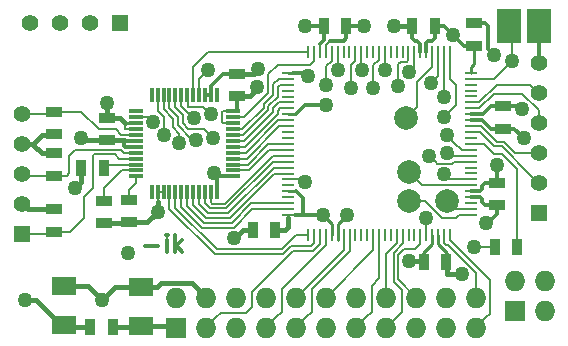
<source format=gtl>
%FSLAX34Y34*%
G04 Gerber Fmt 3.4, Leading zero omitted, Abs format*
G04 (created by PCBNEW (2014-06-26 BZR 4956)-product) date 03/07/2014 22:05:42*
%MOIN*%
G01*
G70*
G90*
G04 APERTURE LIST*
%ADD10C,0.003937*%
%ADD11C,0.011811*%
%ADD12R,0.040000X0.010000*%
%ADD13R,0.010000X0.040000*%
%ADD14R,0.035000X0.055000*%
%ADD15R,0.055000X0.035000*%
%ADD16R,0.055000X0.055000*%
%ADD17C,0.055000*%
%ADD18R,0.051200X0.011800*%
%ADD19R,0.011800X0.051200*%
%ADD20R,0.078740X0.118110*%
%ADD21R,0.080000X0.060000*%
%ADD22R,0.068000X0.068000*%
%ADD23O,0.068000X0.068000*%
%ADD24C,0.078700*%
%ADD25C,0.050000*%
%ADD26C,0.010000*%
%ADD27C,0.015000*%
%ADD28C,0.012000*%
%ADD29C,0.008000*%
G04 APERTURE END LIST*
G54D10*
G54D11*
X67781Y-51616D02*
X68231Y-51616D01*
X68512Y-51841D02*
X68512Y-51448D01*
X68512Y-51251D02*
X68484Y-51279D01*
X68512Y-51307D01*
X68540Y-51279D01*
X68512Y-51251D01*
X68512Y-51307D01*
X68793Y-51841D02*
X68793Y-51251D01*
X68849Y-51616D02*
X69018Y-51841D01*
X69018Y-51448D02*
X68793Y-51673D01*
G54D12*
X78640Y-45868D03*
X78640Y-50588D03*
X78640Y-50388D03*
X78640Y-50198D03*
X78640Y-49998D03*
X78640Y-49798D03*
X78640Y-49608D03*
X78640Y-49408D03*
X78640Y-49208D03*
X78640Y-49018D03*
X78640Y-48818D03*
X78640Y-48618D03*
X78640Y-48418D03*
X78640Y-48228D03*
X78640Y-48028D03*
X78640Y-47828D03*
X78640Y-47638D03*
X78640Y-47438D03*
X78640Y-47238D03*
X78640Y-47048D03*
X78640Y-46848D03*
X78640Y-46648D03*
X78640Y-46458D03*
X78640Y-46258D03*
X78640Y-46058D03*
G54D13*
X77950Y-51278D03*
X73230Y-51278D03*
X73430Y-51278D03*
X73620Y-51278D03*
X73820Y-51278D03*
X74020Y-51278D03*
X74210Y-51278D03*
X74410Y-51278D03*
X74610Y-51278D03*
X74800Y-51278D03*
X75000Y-51278D03*
X75200Y-51278D03*
X75400Y-51278D03*
X75590Y-51278D03*
X75790Y-51278D03*
X75990Y-51278D03*
X76180Y-51278D03*
X76380Y-51278D03*
X76580Y-51278D03*
X76770Y-51278D03*
X76970Y-51278D03*
X77170Y-51278D03*
X77360Y-51278D03*
X77560Y-51278D03*
X77760Y-51278D03*
X77950Y-45178D03*
X77750Y-45178D03*
X77560Y-45178D03*
X77360Y-45178D03*
X77160Y-45178D03*
X76970Y-45178D03*
X76770Y-45178D03*
X76570Y-45178D03*
X76380Y-45178D03*
X76180Y-45178D03*
X75980Y-45178D03*
X75780Y-45178D03*
X75590Y-45178D03*
X75390Y-45178D03*
X75190Y-45178D03*
X75000Y-45178D03*
X74800Y-45178D03*
X74600Y-45178D03*
X74410Y-45178D03*
X74210Y-45178D03*
X74010Y-45178D03*
X73820Y-45178D03*
X73620Y-45178D03*
X73420Y-45178D03*
X73230Y-45178D03*
G54D12*
X72540Y-45868D03*
X72540Y-46068D03*
X72540Y-46258D03*
X72540Y-46458D03*
X72540Y-46658D03*
X72540Y-46848D03*
X72540Y-47048D03*
X72540Y-47248D03*
X72540Y-47438D03*
X72540Y-47638D03*
X72540Y-47838D03*
X72540Y-48038D03*
X72540Y-48228D03*
X72540Y-48428D03*
X72540Y-48628D03*
X72540Y-48818D03*
X72540Y-49018D03*
X72540Y-49218D03*
X72540Y-49408D03*
X72540Y-49608D03*
X72540Y-49808D03*
X72540Y-49998D03*
X72540Y-50198D03*
X72540Y-50398D03*
X72540Y-50588D03*
G54D14*
X77835Y-52165D03*
X77085Y-52165D03*
G54D15*
X79724Y-46967D03*
X79724Y-47717D03*
G54D14*
X77441Y-44291D03*
X76691Y-44291D03*
X72126Y-51082D03*
X71376Y-51082D03*
X73739Y-44291D03*
X74489Y-44291D03*
G54D15*
X79527Y-49526D03*
X79527Y-50276D03*
X78740Y-44961D03*
X78740Y-44211D03*
G54D14*
X66418Y-49015D03*
X65668Y-49015D03*
G54D15*
X66437Y-50117D03*
X66437Y-50867D03*
X70866Y-46634D03*
X70866Y-45884D03*
X66535Y-48111D03*
X66535Y-47361D03*
G54D14*
X65963Y-54330D03*
X66713Y-54330D03*
G54D16*
X63681Y-51220D03*
G54D17*
X63681Y-50220D03*
X63681Y-49220D03*
X63681Y-48220D03*
X63681Y-47220D03*
G54D16*
X66952Y-44192D03*
G54D17*
X65952Y-44192D03*
X64952Y-44192D03*
X63952Y-44192D03*
G54D16*
X80905Y-50531D03*
G54D17*
X80905Y-49531D03*
X80905Y-48531D03*
X80905Y-47531D03*
X80905Y-46531D03*
X80905Y-45531D03*
G54D15*
X67248Y-50096D03*
X67248Y-50846D03*
X64763Y-51162D03*
X64763Y-50412D03*
X64763Y-49292D03*
X64763Y-48542D03*
X64763Y-47164D03*
X64763Y-47914D03*
G54D14*
X80197Y-51653D03*
X79447Y-51653D03*
G54D18*
X70708Y-48720D03*
X70708Y-48523D03*
X70708Y-48326D03*
X70708Y-48130D03*
X70708Y-47933D03*
X70708Y-49311D03*
X70708Y-49114D03*
X70708Y-48917D03*
G54D19*
X70177Y-46614D03*
X69980Y-46614D03*
X69783Y-46614D03*
X69586Y-46614D03*
X69389Y-46614D03*
X69192Y-46614D03*
X68996Y-46614D03*
X68799Y-46614D03*
G54D18*
X67480Y-47145D03*
X67480Y-47342D03*
X67480Y-47539D03*
X67480Y-47736D03*
X67480Y-47933D03*
X67480Y-48130D03*
X67480Y-48326D03*
X67480Y-48523D03*
G54D19*
X68011Y-49842D03*
X68208Y-49842D03*
X68405Y-49842D03*
X68602Y-49842D03*
X68799Y-49842D03*
X68996Y-49842D03*
X69192Y-49842D03*
X69389Y-49842D03*
G54D18*
X70708Y-47736D03*
X70708Y-47539D03*
X70708Y-47342D03*
X70708Y-47145D03*
G54D19*
X68602Y-46614D03*
X68405Y-46614D03*
X68208Y-46614D03*
X68011Y-46614D03*
G54D18*
X67480Y-48720D03*
X67480Y-48917D03*
X67480Y-49114D03*
X67480Y-49311D03*
G54D19*
X69586Y-49842D03*
X69783Y-49842D03*
X69980Y-49842D03*
X70177Y-49842D03*
G54D20*
X79921Y-44291D03*
X80905Y-44291D03*
G54D21*
X67638Y-54283D03*
X67638Y-52983D03*
X65079Y-54280D03*
X65079Y-52980D03*
G54D22*
X80110Y-53787D03*
G54D23*
X80110Y-52787D03*
X81110Y-53787D03*
X81110Y-52787D03*
G54D24*
X76476Y-47381D03*
X76574Y-50137D03*
X77854Y-50137D03*
X76574Y-49153D03*
G54D22*
X68828Y-54350D03*
G54D23*
X68828Y-53350D03*
X69828Y-54350D03*
X69828Y-53350D03*
X70828Y-54350D03*
X70828Y-53350D03*
X71828Y-54350D03*
X71828Y-53350D03*
X72828Y-54350D03*
X72828Y-53350D03*
X73828Y-54350D03*
X73828Y-53350D03*
X74828Y-54350D03*
X74828Y-53350D03*
X75828Y-54350D03*
X75828Y-53350D03*
X76828Y-54350D03*
X76828Y-53350D03*
X77828Y-54350D03*
X77828Y-53350D03*
X78828Y-54350D03*
X78828Y-53350D03*
G54D25*
X74507Y-50590D03*
X67224Y-51870D03*
X66338Y-53444D03*
X76586Y-52141D03*
X70078Y-49212D03*
X66535Y-46850D03*
X68208Y-50492D03*
X73129Y-49507D03*
X73818Y-46948D03*
X80413Y-48031D03*
X76082Y-44291D03*
X79429Y-45275D03*
X79140Y-50878D03*
X70767Y-51377D03*
X71571Y-45744D03*
X75098Y-44291D03*
X63779Y-53444D03*
X65452Y-49704D03*
X65649Y-48031D03*
X71530Y-46348D03*
X78740Y-51653D03*
X77156Y-50698D03*
X68056Y-47497D03*
X76585Y-45841D03*
X77336Y-46203D03*
X77755Y-46653D03*
X77755Y-47342D03*
X70070Y-48033D03*
X75027Y-45767D03*
X69501Y-48093D03*
X75397Y-46358D03*
X68931Y-48201D03*
X75787Y-45767D03*
X68432Y-47925D03*
X76221Y-46300D03*
X73830Y-46258D03*
X69881Y-45767D03*
X69980Y-47244D03*
X74218Y-45773D03*
X69412Y-47363D03*
X74657Y-46355D03*
X80019Y-45472D03*
X80348Y-47053D03*
X78346Y-52559D03*
X73228Y-45964D03*
X73129Y-44291D03*
X78051Y-44586D03*
X73720Y-50590D03*
X79527Y-48917D03*
X77751Y-49248D03*
X77263Y-48622D03*
X77854Y-48523D03*
X77854Y-47933D03*
G54D26*
X77066Y-51866D02*
X77066Y-52146D01*
X77066Y-52146D02*
X77085Y-52165D01*
X77360Y-51573D02*
X77066Y-51866D01*
X77360Y-51278D02*
X77360Y-51573D01*
X74210Y-50887D02*
X74507Y-50590D01*
X74210Y-51278D02*
X74210Y-50887D01*
G54D27*
X69828Y-53350D02*
X69343Y-52864D01*
X69343Y-52864D02*
X68307Y-52864D01*
X68307Y-52864D02*
X68188Y-52983D01*
X68188Y-52983D02*
X67638Y-52983D01*
X66338Y-53444D02*
X66800Y-52983D01*
X66800Y-52983D02*
X67638Y-52983D01*
X65079Y-52980D02*
X65874Y-52980D01*
X65874Y-52980D02*
X66338Y-53444D01*
X76586Y-52141D02*
X77061Y-52141D01*
X77061Y-52141D02*
X77085Y-52165D01*
G54D28*
X76610Y-52165D02*
X76586Y-52141D01*
G54D27*
X71376Y-51082D02*
X71062Y-51082D01*
X71062Y-51082D02*
X70767Y-51377D01*
G54D28*
X70177Y-49842D02*
X70177Y-49311D01*
X70177Y-49311D02*
X70078Y-49212D01*
X70708Y-49311D02*
X70177Y-49311D01*
G54D27*
X64763Y-50412D02*
X63873Y-50412D01*
X63873Y-50412D02*
X63681Y-50220D01*
X64763Y-48542D02*
X64338Y-48542D01*
X64338Y-48542D02*
X64070Y-48273D01*
X64070Y-48273D02*
X64070Y-48220D01*
X64357Y-47933D02*
X64745Y-47933D01*
X64745Y-47933D02*
X64763Y-47914D01*
X63681Y-48220D02*
X64070Y-48220D01*
X64070Y-48220D02*
X64357Y-47933D01*
X66437Y-50867D02*
X67227Y-50867D01*
X67227Y-50867D02*
X67248Y-50846D01*
X67248Y-50846D02*
X67854Y-50846D01*
X67854Y-50846D02*
X68208Y-50492D01*
X68169Y-50452D02*
X68208Y-50492D01*
G54D29*
X67480Y-47736D02*
X67144Y-47736D01*
X67144Y-47736D02*
X67125Y-47717D01*
X67125Y-47717D02*
X67125Y-47526D01*
G54D27*
X66535Y-47361D02*
X66535Y-46850D01*
G54D26*
X67125Y-47526D02*
X67138Y-47539D01*
X67138Y-47539D02*
X67480Y-47539D01*
G54D27*
X66535Y-47361D02*
X66960Y-47361D01*
X66960Y-47361D02*
X67125Y-47526D01*
G54D29*
X68208Y-49842D02*
X68208Y-50176D01*
G54D27*
X68208Y-50492D02*
X68208Y-50221D01*
X68208Y-50221D02*
X68208Y-50221D01*
X68208Y-50221D02*
X68208Y-50176D01*
G54D29*
X68208Y-49842D02*
X68405Y-49842D01*
X72540Y-49408D02*
X73030Y-49408D01*
X73030Y-49408D02*
X73129Y-49507D01*
G54D28*
X72830Y-47248D02*
X73129Y-46948D01*
X73129Y-46948D02*
X73818Y-46948D01*
G54D26*
X72540Y-47248D02*
X72830Y-47248D01*
G54D28*
X69783Y-46614D02*
X69980Y-46614D01*
X70866Y-45884D02*
X70384Y-45884D01*
X70384Y-45884D02*
X69980Y-46289D01*
X69980Y-46289D02*
X69980Y-46614D01*
X76691Y-44686D02*
X76789Y-44783D01*
X76691Y-44291D02*
X76691Y-44686D01*
X76789Y-44783D02*
X76870Y-44783D01*
X76970Y-44883D02*
X76970Y-45178D01*
X76870Y-44783D02*
X76970Y-44883D01*
X80905Y-44291D02*
X80905Y-45531D01*
X78640Y-47438D02*
X79032Y-47438D01*
X79312Y-47717D02*
X79724Y-47717D01*
X79032Y-47438D02*
X79312Y-47717D01*
X80099Y-47717D02*
X80413Y-48031D01*
X79724Y-47717D02*
X80099Y-47717D01*
X78960Y-49998D02*
X79035Y-50073D01*
X78640Y-49998D02*
X78960Y-49998D01*
X79132Y-50276D02*
X79527Y-50276D01*
X79035Y-50179D02*
X79132Y-50276D01*
X79035Y-50073D02*
X79035Y-50179D01*
G54D27*
X76691Y-44291D02*
X76082Y-44291D01*
G54D28*
X79135Y-44211D02*
X79232Y-44308D01*
X78740Y-44211D02*
X79135Y-44211D01*
X79232Y-45078D02*
X79429Y-45275D01*
X79232Y-44308D02*
X79232Y-45078D01*
X79527Y-50276D02*
X79527Y-50571D01*
X79527Y-50571D02*
X79220Y-50878D01*
X79220Y-50878D02*
X79140Y-50878D01*
G54D26*
X74210Y-51425D02*
X74210Y-51425D01*
X74210Y-51278D02*
X74210Y-51425D01*
G54D27*
X70866Y-45884D02*
X71430Y-45884D01*
X71430Y-45884D02*
X71571Y-45744D01*
G54D28*
X74489Y-44291D02*
X75098Y-44291D01*
G54D29*
X73820Y-45178D02*
X73820Y-44923D01*
X73820Y-44923D02*
X73960Y-44783D01*
G54D28*
X73960Y-44783D02*
X74409Y-44783D01*
X74489Y-44703D02*
X74489Y-44291D01*
X74409Y-44783D02*
X74489Y-44703D01*
G54D29*
X67480Y-48917D02*
X66516Y-48917D01*
X66516Y-48917D02*
X66418Y-49015D01*
G54D27*
X65079Y-54280D02*
X64979Y-54280D01*
X64979Y-54280D02*
X64143Y-53444D01*
X64143Y-53444D02*
X63779Y-53444D01*
X65963Y-54330D02*
X65129Y-54330D01*
X65129Y-54330D02*
X65079Y-54280D01*
X65668Y-49015D02*
X65668Y-49489D01*
X65668Y-49489D02*
X65452Y-49704D01*
X66535Y-48111D02*
X65729Y-48111D01*
X65729Y-48111D02*
X65649Y-48031D01*
G54D28*
X67126Y-48326D02*
X67101Y-48300D01*
X67101Y-48300D02*
X67101Y-48129D01*
X67480Y-48326D02*
X67126Y-48326D01*
X67101Y-48129D02*
X67101Y-48130D01*
X67101Y-48130D02*
X67480Y-48130D01*
G54D27*
X66535Y-48111D02*
X67082Y-48111D01*
X67082Y-48111D02*
X67101Y-48129D01*
X70866Y-46634D02*
X71291Y-46634D01*
X71291Y-46634D02*
X71530Y-46395D01*
X71530Y-46395D02*
X71530Y-46348D01*
G54D29*
X70372Y-47145D02*
X70708Y-47145D01*
X70342Y-47175D02*
X70372Y-47145D01*
X70342Y-47509D02*
X70342Y-47175D01*
X70372Y-47539D02*
X70342Y-47509D01*
X70708Y-47539D02*
X70372Y-47539D01*
G54D28*
X70866Y-47145D02*
X70866Y-46634D01*
X70708Y-47145D02*
X70866Y-47145D01*
G54D29*
X67027Y-49114D02*
X66437Y-49704D01*
X66437Y-49704D02*
X66437Y-50117D01*
X67480Y-49114D02*
X67027Y-49114D01*
X78740Y-51653D02*
X79447Y-51653D01*
X73620Y-51278D02*
X73620Y-51576D01*
X73620Y-51576D02*
X73400Y-51796D01*
X73400Y-51796D02*
X72716Y-51796D01*
X72716Y-51796D02*
X71350Y-53162D01*
X71350Y-53162D02*
X71350Y-53650D01*
X71350Y-53650D02*
X71150Y-53850D01*
X71150Y-53850D02*
X70328Y-53850D01*
X70328Y-53850D02*
X70168Y-54010D01*
X70168Y-54010D02*
X69828Y-54350D01*
X73820Y-51278D02*
X73820Y-51588D01*
X73820Y-51588D02*
X72350Y-53058D01*
X72350Y-53058D02*
X72350Y-53828D01*
X72350Y-53828D02*
X72168Y-54010D01*
X72168Y-54010D02*
X71828Y-54350D01*
X74610Y-51278D02*
X74610Y-51789D01*
X74610Y-51789D02*
X73350Y-53050D01*
X73350Y-53050D02*
X73350Y-53828D01*
X73350Y-53828D02*
X73168Y-54010D01*
X73168Y-54010D02*
X72828Y-54350D01*
X74410Y-51278D02*
X74410Y-51768D01*
X74410Y-51768D02*
X72828Y-53350D01*
X75400Y-51278D02*
X75400Y-51778D01*
X75400Y-51778D02*
X73828Y-53350D01*
X75590Y-51278D02*
X75590Y-52709D01*
X75590Y-52709D02*
X75350Y-52950D01*
X75350Y-52950D02*
X75350Y-53828D01*
X75350Y-53828D02*
X75168Y-54010D01*
X75168Y-54010D02*
X74828Y-54350D01*
X76380Y-51278D02*
X76380Y-51548D01*
X76380Y-51548D02*
X76076Y-51852D01*
X76076Y-51852D02*
X76076Y-52826D01*
X76076Y-52826D02*
X76350Y-53100D01*
X76350Y-53100D02*
X76350Y-53828D01*
X76350Y-53828D02*
X75828Y-54350D01*
X76180Y-51278D02*
X76180Y-51536D01*
X76180Y-51536D02*
X75828Y-51888D01*
X75828Y-51888D02*
X75828Y-52869D01*
X75828Y-52869D02*
X75828Y-53350D01*
X76226Y-52747D02*
X76828Y-53350D01*
X76226Y-51915D02*
X76226Y-52747D01*
X76414Y-51726D02*
X76226Y-51915D01*
X76802Y-51726D02*
X76414Y-51726D01*
X76970Y-51558D02*
X76802Y-51726D01*
X76970Y-51278D02*
X76970Y-51558D01*
X77170Y-51278D02*
X77170Y-50712D01*
X77170Y-50712D02*
X77156Y-50698D01*
X79168Y-54010D02*
X78828Y-54350D01*
X79278Y-53899D02*
X79168Y-54010D01*
X79278Y-52756D02*
X79278Y-53899D01*
X77950Y-51428D02*
X79278Y-52756D01*
X77950Y-51278D02*
X77950Y-51428D01*
X78828Y-52869D02*
X78828Y-53350D01*
X78828Y-52529D02*
X78828Y-52869D01*
X77897Y-51598D02*
X78828Y-52529D01*
X77823Y-51598D02*
X77897Y-51598D01*
X77760Y-51535D02*
X77823Y-51598D01*
X77760Y-51278D02*
X77760Y-51535D01*
X80630Y-49256D02*
X80905Y-49531D01*
X79682Y-48308D02*
X80630Y-49256D01*
X79421Y-48308D02*
X79682Y-48308D01*
X78940Y-47828D02*
X79421Y-48308D01*
X78640Y-47828D02*
X78940Y-47828D01*
X80905Y-48531D02*
X80117Y-48531D01*
X80117Y-48531D02*
X79745Y-48158D01*
X79745Y-48158D02*
X79511Y-48158D01*
X79511Y-48158D02*
X78990Y-47638D01*
X78990Y-47638D02*
X78920Y-47638D01*
X78920Y-47638D02*
X78640Y-47638D01*
X78920Y-47048D02*
X78640Y-47048D01*
X78935Y-47048D02*
X78920Y-47048D01*
X79429Y-46555D02*
X78935Y-47048D01*
X80359Y-46555D02*
X79429Y-46555D01*
X80905Y-47101D02*
X80359Y-46555D01*
X80905Y-47531D02*
X80905Y-47101D01*
X80630Y-46256D02*
X80905Y-46531D01*
X79512Y-46256D02*
X80630Y-46256D01*
X78920Y-46848D02*
X79512Y-46256D01*
X78640Y-46848D02*
X78920Y-46848D01*
X67480Y-49311D02*
X67480Y-49546D01*
X67480Y-49546D02*
X67248Y-49778D01*
X67248Y-49778D02*
X67248Y-50096D01*
X79405Y-48557D02*
X79700Y-48557D01*
X79700Y-48557D02*
X80197Y-49054D01*
X80197Y-51416D02*
X80197Y-51771D01*
X78640Y-48228D02*
X79076Y-48228D01*
X79076Y-48228D02*
X79405Y-48557D01*
X80197Y-51653D02*
X80197Y-49054D01*
X73420Y-45458D02*
X73420Y-45178D01*
X73284Y-45594D02*
X73420Y-45458D01*
X72220Y-45594D02*
X73284Y-45594D01*
X71900Y-45914D02*
X72220Y-45594D01*
X71075Y-47342D02*
X71900Y-46517D01*
X70708Y-47342D02*
X71075Y-47342D01*
X71900Y-46517D02*
X71900Y-45914D01*
X67901Y-47342D02*
X68056Y-47497D01*
X67480Y-47342D02*
X67901Y-47342D01*
X76770Y-45657D02*
X76585Y-45841D01*
X76770Y-45178D02*
X76770Y-45657D01*
X77560Y-45178D02*
X77560Y-45980D01*
X77560Y-45980D02*
X77336Y-46203D01*
X77755Y-46653D02*
X77755Y-45183D01*
X77755Y-45183D02*
X77750Y-45178D01*
X78149Y-46259D02*
X78149Y-46948D01*
X78149Y-46948D02*
X77755Y-47342D01*
X77950Y-46060D02*
X78149Y-46259D01*
X77950Y-45178D02*
X77950Y-46060D01*
X70708Y-49114D02*
X71240Y-49114D01*
X71240Y-49114D02*
X71926Y-48428D01*
X71926Y-48428D02*
X72260Y-48428D01*
X72260Y-48428D02*
X72540Y-48428D01*
X70708Y-48917D02*
X71211Y-48917D01*
X71211Y-48917D02*
X71900Y-48228D01*
X71900Y-48228D02*
X72260Y-48228D01*
X72260Y-48228D02*
X72540Y-48228D01*
X70708Y-48720D02*
X71181Y-48720D01*
X71181Y-48720D02*
X72263Y-47638D01*
X72263Y-47638D02*
X72540Y-47638D01*
X70708Y-48523D02*
X71152Y-48523D01*
X71152Y-48523D02*
X72237Y-47438D01*
X72237Y-47438D02*
X72260Y-47438D01*
X72260Y-47438D02*
X72540Y-47438D01*
X70708Y-48326D02*
X71123Y-48326D01*
X71123Y-48326D02*
X72220Y-47229D01*
X72220Y-47229D02*
X72220Y-47120D01*
X72220Y-47120D02*
X72292Y-47048D01*
X72292Y-47048D02*
X72540Y-47048D01*
X72540Y-46848D02*
X72260Y-46848D01*
X72260Y-46848D02*
X72060Y-47048D01*
X72060Y-47048D02*
X72060Y-47162D01*
X72060Y-47162D02*
X71092Y-48130D01*
X71092Y-48130D02*
X71044Y-48130D01*
X71044Y-48130D02*
X70708Y-48130D01*
X70708Y-47933D02*
X71063Y-47933D01*
X71063Y-47933D02*
X71900Y-47096D01*
X71900Y-47096D02*
X71900Y-46969D01*
X71900Y-46969D02*
X72220Y-46649D01*
X72220Y-46649D02*
X72220Y-46330D01*
X72220Y-46330D02*
X72292Y-46258D01*
X72292Y-46258D02*
X72540Y-46258D01*
X70708Y-47736D02*
X71034Y-47736D01*
X71034Y-47736D02*
X71740Y-47030D01*
X71740Y-47030D02*
X71740Y-46903D01*
X71740Y-46903D02*
X72060Y-46583D01*
X72060Y-46583D02*
X72060Y-46246D01*
X72238Y-46068D02*
X72260Y-46068D01*
X72260Y-46068D02*
X72540Y-46068D01*
X72060Y-46246D02*
X72238Y-46068D01*
X69770Y-47733D02*
X69820Y-47783D01*
X69820Y-47783D02*
X70070Y-48033D01*
X69235Y-47733D02*
X69770Y-47733D01*
X69042Y-47541D02*
X69235Y-47733D01*
X69042Y-47251D02*
X69042Y-47541D01*
X68799Y-47007D02*
X69042Y-47251D01*
X68799Y-46614D02*
X68799Y-47007D01*
X75000Y-45740D02*
X75027Y-45767D01*
X75000Y-45178D02*
X75000Y-45740D01*
X68602Y-46614D02*
X68602Y-47037D01*
X68882Y-47317D02*
X68882Y-47607D01*
X69368Y-48093D02*
X69501Y-48093D01*
X68602Y-47037D02*
X68882Y-47317D01*
X68882Y-47607D02*
X69368Y-48093D01*
X75590Y-45416D02*
X75397Y-45610D01*
X75590Y-45178D02*
X75590Y-45416D01*
X75397Y-45610D02*
X75397Y-46004D01*
X75397Y-46004D02*
X75397Y-46358D01*
X68931Y-47882D02*
X68931Y-48201D01*
X68722Y-47673D02*
X68931Y-47882D01*
X68405Y-46614D02*
X68405Y-47066D01*
X68722Y-47383D02*
X68722Y-47673D01*
X68405Y-47066D02*
X68722Y-47383D01*
X75780Y-45760D02*
X75787Y-45767D01*
X75780Y-45178D02*
X75780Y-45760D01*
X68208Y-46614D02*
X68208Y-47121D01*
X68432Y-47345D02*
X68432Y-47572D01*
X68208Y-47121D02*
X68432Y-47345D01*
X68432Y-47572D02*
X68432Y-47925D01*
X76221Y-45947D02*
X76221Y-46300D01*
X76221Y-45575D02*
X76221Y-45947D01*
X76309Y-45488D02*
X76221Y-45575D01*
X76518Y-45488D02*
X76309Y-45488D01*
X76570Y-45436D02*
X76518Y-45488D01*
X76570Y-45178D02*
X76570Y-45436D01*
X73430Y-51540D02*
X73430Y-51278D01*
X73334Y-51636D02*
X73430Y-51540D01*
X72664Y-51636D02*
X73334Y-51636D01*
X72402Y-51897D02*
X72664Y-51636D01*
X68602Y-50393D02*
X70106Y-51897D01*
X68602Y-49842D02*
X68602Y-50393D01*
X70106Y-51897D02*
X72402Y-51897D01*
X68799Y-50178D02*
X68799Y-49842D01*
X68799Y-50349D02*
X68799Y-50178D01*
X70197Y-51747D02*
X68799Y-50349D01*
X72340Y-51747D02*
X70197Y-51747D01*
X72810Y-51278D02*
X72340Y-51747D01*
X73230Y-51278D02*
X72810Y-51278D01*
X68996Y-50334D02*
X68996Y-50178D01*
X69680Y-51018D02*
X68996Y-50334D01*
X71359Y-50398D02*
X70739Y-51018D01*
X72540Y-50398D02*
X71359Y-50398D01*
X70739Y-51018D02*
X69680Y-51018D01*
X68996Y-50178D02*
X68996Y-49842D01*
X71333Y-50198D02*
X72260Y-50198D01*
X70673Y-50858D02*
X71333Y-50198D01*
X69746Y-50858D02*
X70673Y-50858D01*
X69192Y-50304D02*
X69746Y-50858D01*
X72260Y-50198D02*
X72540Y-50198D01*
X69192Y-49842D02*
X69192Y-50304D01*
X69812Y-50698D02*
X69389Y-50275D01*
X69389Y-50178D02*
X69389Y-49842D01*
X69389Y-50275D02*
X69389Y-50178D01*
X70607Y-50698D02*
X69812Y-50698D01*
X72087Y-49218D02*
X70607Y-50698D01*
X72540Y-49218D02*
X72087Y-49218D01*
X70555Y-50538D02*
X69878Y-50538D01*
X69878Y-50538D02*
X69586Y-50245D01*
X69586Y-50245D02*
X69586Y-50178D01*
X72540Y-49018D02*
X72075Y-49018D01*
X72075Y-49018D02*
X70555Y-50538D01*
X69586Y-50178D02*
X69586Y-49842D01*
X69956Y-50378D02*
X69783Y-50205D01*
X69783Y-50178D02*
X69783Y-49842D01*
X69783Y-50205D02*
X69783Y-50178D01*
X70503Y-50378D02*
X69956Y-50378D01*
X72063Y-48818D02*
X70503Y-50378D01*
X72540Y-48818D02*
X72063Y-48818D01*
X69980Y-49842D02*
X69980Y-50176D01*
X69980Y-50176D02*
X70022Y-50218D01*
X70022Y-50218D02*
X70450Y-50218D01*
X70450Y-50218D02*
X72040Y-48628D01*
X72040Y-48628D02*
X72260Y-48628D01*
X72260Y-48628D02*
X72540Y-48628D01*
X73833Y-45635D02*
X73833Y-46255D01*
X73833Y-46255D02*
X73830Y-46258D01*
X69586Y-46614D02*
X69586Y-46614D01*
X69586Y-46063D02*
X69881Y-45767D01*
X69586Y-46614D02*
X69586Y-46063D01*
X74010Y-45178D02*
X74010Y-45458D01*
X74010Y-45458D02*
X73833Y-45635D01*
X73230Y-45178D02*
X69880Y-45178D01*
X69880Y-45178D02*
X69389Y-45669D01*
X69389Y-45669D02*
X69389Y-46614D01*
X69726Y-46990D02*
X69980Y-47244D01*
X69234Y-46990D02*
X69726Y-46990D01*
X69210Y-46966D02*
X69234Y-46990D01*
X69210Y-46632D02*
X69210Y-46966D01*
X69192Y-46614D02*
X69210Y-46632D01*
X74210Y-45765D02*
X74218Y-45773D01*
X74210Y-45178D02*
X74210Y-45765D01*
X69381Y-47363D02*
X69412Y-47363D01*
X68996Y-46978D02*
X69381Y-47363D01*
X68996Y-46614D02*
X68996Y-46978D01*
X74657Y-45601D02*
X74657Y-46002D01*
X74800Y-45458D02*
X74657Y-45601D01*
X74657Y-46002D02*
X74657Y-46355D01*
X74800Y-45178D02*
X74800Y-45458D01*
X80019Y-45472D02*
X80019Y-44389D01*
X80019Y-44389D02*
X79921Y-44291D01*
X78640Y-46058D02*
X79433Y-46058D01*
X79433Y-46058D02*
X80019Y-45472D01*
X65748Y-50688D02*
X65748Y-50000D01*
X65748Y-50000D02*
X66043Y-49704D01*
X65274Y-51162D02*
X65748Y-50688D01*
X64763Y-51162D02*
X65274Y-51162D01*
X63681Y-51220D02*
X64705Y-51220D01*
X64705Y-51220D02*
X64763Y-51162D01*
X66043Y-48622D02*
X66043Y-49704D01*
X66090Y-48575D02*
X66043Y-48622D01*
X66783Y-48575D02*
X66090Y-48575D01*
X66929Y-48720D02*
X66783Y-48575D01*
X67480Y-48720D02*
X66929Y-48720D01*
X67480Y-48523D02*
X67082Y-48523D01*
X67082Y-48523D02*
X66984Y-48425D01*
X66984Y-48425D02*
X65452Y-48425D01*
X65452Y-48425D02*
X65255Y-48622D01*
X65255Y-48622D02*
X65255Y-49212D01*
X65255Y-49212D02*
X65176Y-49292D01*
X65176Y-49292D02*
X64763Y-49292D01*
X64763Y-49292D02*
X63752Y-49292D01*
X63752Y-49292D02*
X63681Y-49220D01*
X63681Y-47220D02*
X64707Y-47220D01*
X64707Y-47220D02*
X64763Y-47164D01*
X66240Y-47736D02*
X65668Y-47164D01*
X65668Y-47164D02*
X64763Y-47164D01*
X67137Y-47926D02*
X66998Y-47926D01*
X66998Y-47926D02*
X66808Y-47736D01*
X66808Y-47736D02*
X66240Y-47736D01*
X67119Y-47926D02*
X67137Y-47926D01*
X67137Y-47926D02*
X67144Y-47933D01*
X67144Y-47933D02*
X67480Y-47933D01*
G54D28*
X79724Y-46967D02*
X80262Y-46967D01*
X80262Y-46967D02*
X80348Y-47053D01*
G54D26*
X77854Y-51867D02*
X77854Y-52146D01*
X77854Y-52146D02*
X77835Y-52165D01*
X77560Y-51573D02*
X77854Y-51867D01*
X77560Y-51278D02*
X77560Y-51573D01*
G54D27*
X77854Y-52559D02*
X77854Y-52184D01*
X77854Y-52184D02*
X77835Y-52165D01*
X78346Y-52559D02*
X77854Y-52559D01*
X66713Y-54330D02*
X67591Y-54330D01*
X67591Y-54330D02*
X67638Y-54283D01*
X67638Y-54283D02*
X68762Y-54283D01*
X68762Y-54283D02*
X68828Y-54350D01*
G54D28*
X77852Y-52182D02*
X77835Y-52165D01*
G54D27*
X72126Y-51082D02*
X72451Y-51082D01*
X72451Y-51082D02*
X72540Y-50994D01*
X72540Y-50994D02*
X72540Y-50687D01*
G54D28*
X73720Y-50590D02*
X73054Y-50590D01*
X73054Y-50590D02*
X72807Y-50590D01*
X72829Y-49808D02*
X73054Y-50033D01*
X73054Y-50033D02*
X73054Y-50590D01*
G54D26*
X72540Y-49808D02*
X72829Y-49808D01*
G54D28*
X72734Y-45868D02*
X73132Y-45868D01*
X73132Y-45868D02*
X73228Y-45964D01*
G54D26*
X72540Y-45868D02*
X72734Y-45868D01*
G54D28*
X77160Y-44858D02*
X77235Y-44783D01*
X77160Y-45178D02*
X77160Y-44858D01*
X77441Y-44686D02*
X77441Y-44291D01*
X77344Y-44783D02*
X77441Y-44686D01*
X77235Y-44783D02*
X77344Y-44783D01*
G54D26*
X78640Y-45868D02*
X78640Y-45670D01*
X78640Y-45670D02*
X78740Y-45570D01*
X78740Y-44961D02*
X78740Y-45570D01*
G54D28*
X78640Y-47238D02*
X79041Y-47238D01*
X79312Y-46967D02*
X79724Y-46967D01*
X79041Y-47238D02*
X79312Y-46967D01*
X78960Y-49798D02*
X79035Y-49723D01*
X78640Y-49798D02*
X78960Y-49798D01*
X79132Y-49526D02*
X79527Y-49526D01*
X79035Y-49623D02*
X79132Y-49526D01*
X79035Y-49723D02*
X79035Y-49623D01*
X73129Y-44291D02*
X73739Y-44291D01*
X77441Y-44291D02*
X77755Y-44291D01*
X78051Y-44586D02*
X77755Y-44291D01*
X78426Y-44961D02*
X78740Y-44961D01*
X78051Y-44586D02*
X78426Y-44961D01*
G54D26*
X73829Y-50699D02*
X73720Y-50590D01*
X74020Y-50890D02*
X73829Y-50699D01*
X74020Y-51278D02*
X74020Y-50890D01*
G54D28*
X72807Y-50590D02*
X72804Y-50588D01*
G54D29*
X72540Y-50588D02*
X72804Y-50588D01*
G54D26*
X72540Y-50588D02*
X72540Y-50687D01*
G54D29*
X73620Y-45178D02*
X73620Y-44883D01*
G54D28*
X73739Y-44764D02*
X73739Y-44291D01*
X73620Y-44883D02*
X73739Y-44764D01*
X79527Y-49526D02*
X79527Y-48917D01*
G54D29*
X77911Y-49408D02*
X77751Y-49248D01*
X78640Y-49408D02*
X77911Y-49408D01*
X77513Y-48872D02*
X77263Y-48622D01*
X78640Y-48818D02*
X78092Y-48818D01*
X78092Y-48818D02*
X78022Y-48888D01*
X78022Y-48888D02*
X77530Y-48888D01*
X77530Y-48888D02*
X77513Y-48872D01*
X78640Y-48618D02*
X77949Y-48618D01*
X77949Y-48618D02*
X77854Y-48523D01*
X78640Y-48418D02*
X78339Y-48418D01*
X78339Y-48418D02*
X78104Y-48183D01*
X78104Y-48183D02*
X77854Y-47933D01*
X76869Y-46988D02*
X76869Y-46161D01*
X76476Y-47381D02*
X76869Y-46988D01*
X77360Y-45670D02*
X77360Y-45178D01*
X76869Y-46161D02*
X77360Y-45670D01*
X77131Y-50137D02*
X76574Y-50137D01*
X77682Y-50688D02*
X77131Y-50137D01*
X78149Y-50688D02*
X77682Y-50688D01*
X78250Y-50588D02*
X78149Y-50688D01*
X78640Y-50588D02*
X78250Y-50588D01*
X78104Y-50388D02*
X77854Y-50137D01*
X78640Y-50388D02*
X78104Y-50388D01*
X77029Y-49608D02*
X76574Y-49153D01*
X78640Y-49608D02*
X77029Y-49608D01*
M02*

</source>
